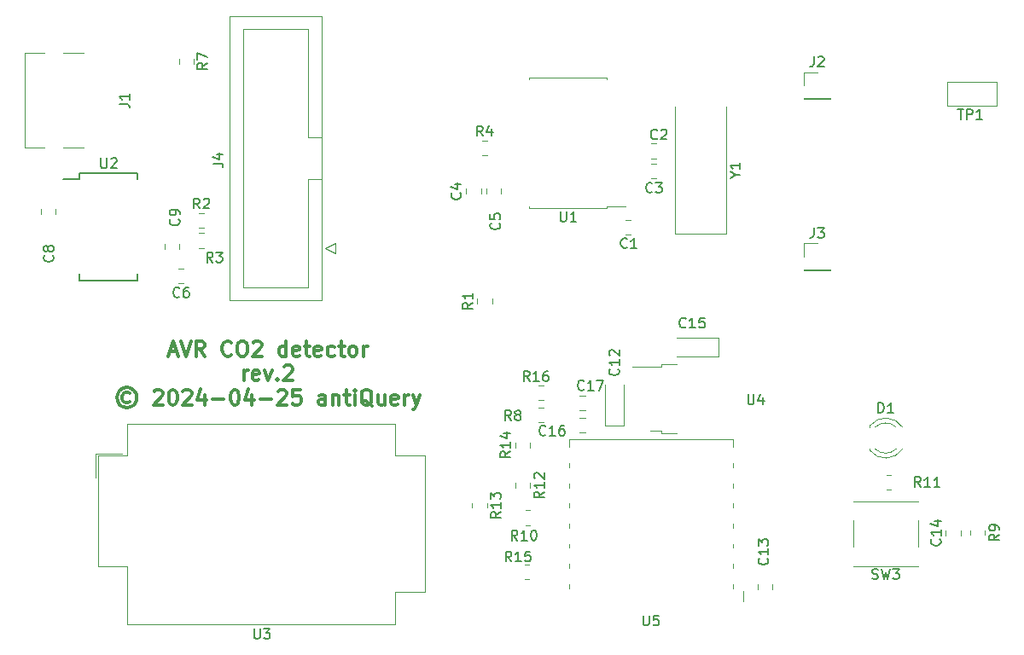
<source format=gbr>
%TF.GenerationSoftware,KiCad,Pcbnew,(6.0.11)*%
%TF.CreationDate,2024-04-25T22:51:55+03:00*%
%TF.ProjectId,avr-co2-detector,6176722d-636f-4322-9d64-65746563746f,rev.2*%
%TF.SameCoordinates,Original*%
%TF.FileFunction,Legend,Top*%
%TF.FilePolarity,Positive*%
%FSLAX46Y46*%
G04 Gerber Fmt 4.6, Leading zero omitted, Abs format (unit mm)*
G04 Created by KiCad (PCBNEW (6.0.11)) date 2024-04-25 22:51:55*
%MOMM*%
%LPD*%
G01*
G04 APERTURE LIST*
%ADD10C,0.300000*%
%ADD11C,0.150000*%
%ADD12C,0.120000*%
G04 APERTURE END LIST*
D10*
X96450000Y-102935000D02*
X97164285Y-102935000D01*
X96307142Y-103363571D02*
X96807142Y-101863571D01*
X97307142Y-103363571D01*
X97592857Y-101863571D02*
X98092857Y-103363571D01*
X98592857Y-101863571D01*
X99950000Y-103363571D02*
X99450000Y-102649285D01*
X99092857Y-103363571D02*
X99092857Y-101863571D01*
X99664285Y-101863571D01*
X99807142Y-101935000D01*
X99878571Y-102006428D01*
X99950000Y-102149285D01*
X99950000Y-102363571D01*
X99878571Y-102506428D01*
X99807142Y-102577857D01*
X99664285Y-102649285D01*
X99092857Y-102649285D01*
X102592857Y-103220714D02*
X102521428Y-103292142D01*
X102307142Y-103363571D01*
X102164285Y-103363571D01*
X101950000Y-103292142D01*
X101807142Y-103149285D01*
X101735714Y-103006428D01*
X101664285Y-102720714D01*
X101664285Y-102506428D01*
X101735714Y-102220714D01*
X101807142Y-102077857D01*
X101950000Y-101935000D01*
X102164285Y-101863571D01*
X102307142Y-101863571D01*
X102521428Y-101935000D01*
X102592857Y-102006428D01*
X103521428Y-101863571D02*
X103807142Y-101863571D01*
X103950000Y-101935000D01*
X104092857Y-102077857D01*
X104164285Y-102363571D01*
X104164285Y-102863571D01*
X104092857Y-103149285D01*
X103950000Y-103292142D01*
X103807142Y-103363571D01*
X103521428Y-103363571D01*
X103378571Y-103292142D01*
X103235714Y-103149285D01*
X103164285Y-102863571D01*
X103164285Y-102363571D01*
X103235714Y-102077857D01*
X103378571Y-101935000D01*
X103521428Y-101863571D01*
X104735714Y-102006428D02*
X104807142Y-101935000D01*
X104950000Y-101863571D01*
X105307142Y-101863571D01*
X105450000Y-101935000D01*
X105521428Y-102006428D01*
X105592857Y-102149285D01*
X105592857Y-102292142D01*
X105521428Y-102506428D01*
X104664285Y-103363571D01*
X105592857Y-103363571D01*
X108021428Y-103363571D02*
X108021428Y-101863571D01*
X108021428Y-103292142D02*
X107878571Y-103363571D01*
X107592857Y-103363571D01*
X107450000Y-103292142D01*
X107378571Y-103220714D01*
X107307142Y-103077857D01*
X107307142Y-102649285D01*
X107378571Y-102506428D01*
X107450000Y-102435000D01*
X107592857Y-102363571D01*
X107878571Y-102363571D01*
X108021428Y-102435000D01*
X109307142Y-103292142D02*
X109164285Y-103363571D01*
X108878571Y-103363571D01*
X108735714Y-103292142D01*
X108664285Y-103149285D01*
X108664285Y-102577857D01*
X108735714Y-102435000D01*
X108878571Y-102363571D01*
X109164285Y-102363571D01*
X109307142Y-102435000D01*
X109378571Y-102577857D01*
X109378571Y-102720714D01*
X108664285Y-102863571D01*
X109807142Y-102363571D02*
X110378571Y-102363571D01*
X110021428Y-101863571D02*
X110021428Y-103149285D01*
X110092857Y-103292142D01*
X110235714Y-103363571D01*
X110378571Y-103363571D01*
X111450000Y-103292142D02*
X111307142Y-103363571D01*
X111021428Y-103363571D01*
X110878571Y-103292142D01*
X110807142Y-103149285D01*
X110807142Y-102577857D01*
X110878571Y-102435000D01*
X111021428Y-102363571D01*
X111307142Y-102363571D01*
X111450000Y-102435000D01*
X111521428Y-102577857D01*
X111521428Y-102720714D01*
X110807142Y-102863571D01*
X112807142Y-103292142D02*
X112664285Y-103363571D01*
X112378571Y-103363571D01*
X112235714Y-103292142D01*
X112164285Y-103220714D01*
X112092857Y-103077857D01*
X112092857Y-102649285D01*
X112164285Y-102506428D01*
X112235714Y-102435000D01*
X112378571Y-102363571D01*
X112664285Y-102363571D01*
X112807142Y-102435000D01*
X113235714Y-102363571D02*
X113807142Y-102363571D01*
X113450000Y-101863571D02*
X113450000Y-103149285D01*
X113521428Y-103292142D01*
X113664285Y-103363571D01*
X113807142Y-103363571D01*
X114521428Y-103363571D02*
X114378571Y-103292142D01*
X114307142Y-103220714D01*
X114235714Y-103077857D01*
X114235714Y-102649285D01*
X114307142Y-102506428D01*
X114378571Y-102435000D01*
X114521428Y-102363571D01*
X114735714Y-102363571D01*
X114878571Y-102435000D01*
X114950000Y-102506428D01*
X115021428Y-102649285D01*
X115021428Y-103077857D01*
X114950000Y-103220714D01*
X114878571Y-103292142D01*
X114735714Y-103363571D01*
X114521428Y-103363571D01*
X115664285Y-103363571D02*
X115664285Y-102363571D01*
X115664285Y-102649285D02*
X115735714Y-102506428D01*
X115807142Y-102435000D01*
X115950000Y-102363571D01*
X116092857Y-102363571D01*
X103807142Y-105778571D02*
X103807142Y-104778571D01*
X103807142Y-105064285D02*
X103878571Y-104921428D01*
X103950000Y-104850000D01*
X104092857Y-104778571D01*
X104235714Y-104778571D01*
X105307142Y-105707142D02*
X105164285Y-105778571D01*
X104878571Y-105778571D01*
X104735714Y-105707142D01*
X104664285Y-105564285D01*
X104664285Y-104992857D01*
X104735714Y-104850000D01*
X104878571Y-104778571D01*
X105164285Y-104778571D01*
X105307142Y-104850000D01*
X105378571Y-104992857D01*
X105378571Y-105135714D01*
X104664285Y-105278571D01*
X105878571Y-104778571D02*
X106235714Y-105778571D01*
X106592857Y-104778571D01*
X107164285Y-105635714D02*
X107235714Y-105707142D01*
X107164285Y-105778571D01*
X107092857Y-105707142D01*
X107164285Y-105635714D01*
X107164285Y-105778571D01*
X107807142Y-104421428D02*
X107878571Y-104350000D01*
X108021428Y-104278571D01*
X108378571Y-104278571D01*
X108521428Y-104350000D01*
X108592857Y-104421428D01*
X108664285Y-104564285D01*
X108664285Y-104707142D01*
X108592857Y-104921428D01*
X107735714Y-105778571D01*
X108664285Y-105778571D01*
X92485714Y-107050714D02*
X92342857Y-106979285D01*
X92057142Y-106979285D01*
X91914285Y-107050714D01*
X91771428Y-107193571D01*
X91700000Y-107336428D01*
X91700000Y-107622142D01*
X91771428Y-107765000D01*
X91914285Y-107907857D01*
X92057142Y-107979285D01*
X92342857Y-107979285D01*
X92485714Y-107907857D01*
X92200000Y-106479285D02*
X91842857Y-106550714D01*
X91485714Y-106765000D01*
X91271428Y-107122142D01*
X91200000Y-107479285D01*
X91271428Y-107836428D01*
X91485714Y-108193571D01*
X91842857Y-108407857D01*
X92200000Y-108479285D01*
X92557142Y-108407857D01*
X92914285Y-108193571D01*
X93128571Y-107836428D01*
X93200000Y-107479285D01*
X93128571Y-107122142D01*
X92914285Y-106765000D01*
X92557142Y-106550714D01*
X92200000Y-106479285D01*
X94914285Y-106836428D02*
X94985714Y-106765000D01*
X95128571Y-106693571D01*
X95485714Y-106693571D01*
X95628571Y-106765000D01*
X95700000Y-106836428D01*
X95771428Y-106979285D01*
X95771428Y-107122142D01*
X95700000Y-107336428D01*
X94842857Y-108193571D01*
X95771428Y-108193571D01*
X96700000Y-106693571D02*
X96842857Y-106693571D01*
X96985714Y-106765000D01*
X97057142Y-106836428D01*
X97128571Y-106979285D01*
X97200000Y-107265000D01*
X97200000Y-107622142D01*
X97128571Y-107907857D01*
X97057142Y-108050714D01*
X96985714Y-108122142D01*
X96842857Y-108193571D01*
X96700000Y-108193571D01*
X96557142Y-108122142D01*
X96485714Y-108050714D01*
X96414285Y-107907857D01*
X96342857Y-107622142D01*
X96342857Y-107265000D01*
X96414285Y-106979285D01*
X96485714Y-106836428D01*
X96557142Y-106765000D01*
X96700000Y-106693571D01*
X97771428Y-106836428D02*
X97842857Y-106765000D01*
X97985714Y-106693571D01*
X98342857Y-106693571D01*
X98485714Y-106765000D01*
X98557142Y-106836428D01*
X98628571Y-106979285D01*
X98628571Y-107122142D01*
X98557142Y-107336428D01*
X97700000Y-108193571D01*
X98628571Y-108193571D01*
X99914285Y-107193571D02*
X99914285Y-108193571D01*
X99557142Y-106622142D02*
X99200000Y-107693571D01*
X100128571Y-107693571D01*
X100700000Y-107622142D02*
X101842857Y-107622142D01*
X102842857Y-106693571D02*
X102985714Y-106693571D01*
X103128571Y-106765000D01*
X103200000Y-106836428D01*
X103271428Y-106979285D01*
X103342857Y-107265000D01*
X103342857Y-107622142D01*
X103271428Y-107907857D01*
X103200000Y-108050714D01*
X103128571Y-108122142D01*
X102985714Y-108193571D01*
X102842857Y-108193571D01*
X102700000Y-108122142D01*
X102628571Y-108050714D01*
X102557142Y-107907857D01*
X102485714Y-107622142D01*
X102485714Y-107265000D01*
X102557142Y-106979285D01*
X102628571Y-106836428D01*
X102700000Y-106765000D01*
X102842857Y-106693571D01*
X104628571Y-107193571D02*
X104628571Y-108193571D01*
X104271428Y-106622142D02*
X103914285Y-107693571D01*
X104842857Y-107693571D01*
X105414285Y-107622142D02*
X106557142Y-107622142D01*
X107200000Y-106836428D02*
X107271428Y-106765000D01*
X107414285Y-106693571D01*
X107771428Y-106693571D01*
X107914285Y-106765000D01*
X107985714Y-106836428D01*
X108057142Y-106979285D01*
X108057142Y-107122142D01*
X107985714Y-107336428D01*
X107128571Y-108193571D01*
X108057142Y-108193571D01*
X109414285Y-106693571D02*
X108700000Y-106693571D01*
X108628571Y-107407857D01*
X108700000Y-107336428D01*
X108842857Y-107265000D01*
X109200000Y-107265000D01*
X109342857Y-107336428D01*
X109414285Y-107407857D01*
X109485714Y-107550714D01*
X109485714Y-107907857D01*
X109414285Y-108050714D01*
X109342857Y-108122142D01*
X109200000Y-108193571D01*
X108842857Y-108193571D01*
X108700000Y-108122142D01*
X108628571Y-108050714D01*
X111914285Y-108193571D02*
X111914285Y-107407857D01*
X111842857Y-107265000D01*
X111700000Y-107193571D01*
X111414285Y-107193571D01*
X111271428Y-107265000D01*
X111914285Y-108122142D02*
X111771428Y-108193571D01*
X111414285Y-108193571D01*
X111271428Y-108122142D01*
X111200000Y-107979285D01*
X111200000Y-107836428D01*
X111271428Y-107693571D01*
X111414285Y-107622142D01*
X111771428Y-107622142D01*
X111914285Y-107550714D01*
X112628571Y-107193571D02*
X112628571Y-108193571D01*
X112628571Y-107336428D02*
X112700000Y-107265000D01*
X112842857Y-107193571D01*
X113057142Y-107193571D01*
X113200000Y-107265000D01*
X113271428Y-107407857D01*
X113271428Y-108193571D01*
X113771428Y-107193571D02*
X114342857Y-107193571D01*
X113985714Y-106693571D02*
X113985714Y-107979285D01*
X114057142Y-108122142D01*
X114200000Y-108193571D01*
X114342857Y-108193571D01*
X114842857Y-108193571D02*
X114842857Y-107193571D01*
X114842857Y-106693571D02*
X114771428Y-106765000D01*
X114842857Y-106836428D01*
X114914285Y-106765000D01*
X114842857Y-106693571D01*
X114842857Y-106836428D01*
X116557142Y-108336428D02*
X116414285Y-108265000D01*
X116271428Y-108122142D01*
X116057142Y-107907857D01*
X115914285Y-107836428D01*
X115771428Y-107836428D01*
X115842857Y-108193571D02*
X115700000Y-108122142D01*
X115557142Y-107979285D01*
X115485714Y-107693571D01*
X115485714Y-107193571D01*
X115557142Y-106907857D01*
X115700000Y-106765000D01*
X115842857Y-106693571D01*
X116128571Y-106693571D01*
X116271428Y-106765000D01*
X116414285Y-106907857D01*
X116485714Y-107193571D01*
X116485714Y-107693571D01*
X116414285Y-107979285D01*
X116271428Y-108122142D01*
X116128571Y-108193571D01*
X115842857Y-108193571D01*
X117771428Y-107193571D02*
X117771428Y-108193571D01*
X117128571Y-107193571D02*
X117128571Y-107979285D01*
X117200000Y-108122142D01*
X117342857Y-108193571D01*
X117557142Y-108193571D01*
X117700000Y-108122142D01*
X117771428Y-108050714D01*
X119057142Y-108122142D02*
X118914285Y-108193571D01*
X118628571Y-108193571D01*
X118485714Y-108122142D01*
X118414285Y-107979285D01*
X118414285Y-107407857D01*
X118485714Y-107265000D01*
X118628571Y-107193571D01*
X118914285Y-107193571D01*
X119057142Y-107265000D01*
X119128571Y-107407857D01*
X119128571Y-107550714D01*
X118414285Y-107693571D01*
X119771428Y-108193571D02*
X119771428Y-107193571D01*
X119771428Y-107479285D02*
X119842857Y-107336428D01*
X119914285Y-107265000D01*
X120057142Y-107193571D01*
X120200000Y-107193571D01*
X120557142Y-107193571D02*
X120914285Y-108193571D01*
X121271428Y-107193571D02*
X120914285Y-108193571D01*
X120771428Y-108550714D01*
X120700000Y-108622142D01*
X120557142Y-108693571D01*
D11*
%TO.C,U5*%
X143438095Y-129114880D02*
X143438095Y-129924404D01*
X143485714Y-130019642D01*
X143533333Y-130067261D01*
X143628571Y-130114880D01*
X143819047Y-130114880D01*
X143914285Y-130067261D01*
X143961904Y-130019642D01*
X144009523Y-129924404D01*
X144009523Y-129114880D01*
X144961904Y-129114880D02*
X144485714Y-129114880D01*
X144438095Y-129591071D01*
X144485714Y-129543452D01*
X144580952Y-129495833D01*
X144819047Y-129495833D01*
X144914285Y-129543452D01*
X144961904Y-129591071D01*
X145009523Y-129686309D01*
X145009523Y-129924404D01*
X144961904Y-130019642D01*
X144914285Y-130067261D01*
X144819047Y-130114880D01*
X144580952Y-130114880D01*
X144485714Y-130067261D01*
X144438095Y-130019642D01*
%TO.C,SW3*%
X166166666Y-125454761D02*
X166309523Y-125502380D01*
X166547619Y-125502380D01*
X166642857Y-125454761D01*
X166690476Y-125407142D01*
X166738095Y-125311904D01*
X166738095Y-125216666D01*
X166690476Y-125121428D01*
X166642857Y-125073809D01*
X166547619Y-125026190D01*
X166357142Y-124978571D01*
X166261904Y-124930952D01*
X166214285Y-124883333D01*
X166166666Y-124788095D01*
X166166666Y-124692857D01*
X166214285Y-124597619D01*
X166261904Y-124550000D01*
X166357142Y-124502380D01*
X166595238Y-124502380D01*
X166738095Y-124550000D01*
X167071428Y-124502380D02*
X167309523Y-125502380D01*
X167500000Y-124788095D01*
X167690476Y-125502380D01*
X167928571Y-124502380D01*
X168214285Y-124502380D02*
X168833333Y-124502380D01*
X168500000Y-124883333D01*
X168642857Y-124883333D01*
X168738095Y-124930952D01*
X168785714Y-124978571D01*
X168833333Y-125073809D01*
X168833333Y-125311904D01*
X168785714Y-125407142D01*
X168738095Y-125454761D01*
X168642857Y-125502380D01*
X168357142Y-125502380D01*
X168261904Y-125454761D01*
X168214285Y-125407142D01*
%TO.C,C3*%
X144333333Y-87037142D02*
X144285714Y-87084761D01*
X144142857Y-87132380D01*
X144047619Y-87132380D01*
X143904761Y-87084761D01*
X143809523Y-86989523D01*
X143761904Y-86894285D01*
X143714285Y-86703809D01*
X143714285Y-86560952D01*
X143761904Y-86370476D01*
X143809523Y-86275238D01*
X143904761Y-86180000D01*
X144047619Y-86132380D01*
X144142857Y-86132380D01*
X144285714Y-86180000D01*
X144333333Y-86227619D01*
X144666666Y-86132380D02*
X145285714Y-86132380D01*
X144952380Y-86513333D01*
X145095238Y-86513333D01*
X145190476Y-86560952D01*
X145238095Y-86608571D01*
X145285714Y-86703809D01*
X145285714Y-86941904D01*
X145238095Y-87037142D01*
X145190476Y-87084761D01*
X145095238Y-87132380D01*
X144809523Y-87132380D01*
X144714285Y-87084761D01*
X144666666Y-87037142D01*
%TO.C,R14*%
X130252380Y-112842857D02*
X129776190Y-113176190D01*
X130252380Y-113414285D02*
X129252380Y-113414285D01*
X129252380Y-113033333D01*
X129300000Y-112938095D01*
X129347619Y-112890476D01*
X129442857Y-112842857D01*
X129585714Y-112842857D01*
X129680952Y-112890476D01*
X129728571Y-112938095D01*
X129776190Y-113033333D01*
X129776190Y-113414285D01*
X130252380Y-111890476D02*
X130252380Y-112461904D01*
X130252380Y-112176190D02*
X129252380Y-112176190D01*
X129395238Y-112271428D01*
X129490476Y-112366666D01*
X129538095Y-112461904D01*
X129585714Y-111033333D02*
X130252380Y-111033333D01*
X129204761Y-111271428D02*
X129919047Y-111509523D01*
X129919047Y-110890476D01*
%TO.C,C12*%
X140957142Y-104642857D02*
X141004761Y-104690476D01*
X141052380Y-104833333D01*
X141052380Y-104928571D01*
X141004761Y-105071428D01*
X140909523Y-105166666D01*
X140814285Y-105214285D01*
X140623809Y-105261904D01*
X140480952Y-105261904D01*
X140290476Y-105214285D01*
X140195238Y-105166666D01*
X140100000Y-105071428D01*
X140052380Y-104928571D01*
X140052380Y-104833333D01*
X140100000Y-104690476D01*
X140147619Y-104642857D01*
X141052380Y-103690476D02*
X141052380Y-104261904D01*
X141052380Y-103976190D02*
X140052380Y-103976190D01*
X140195238Y-104071428D01*
X140290476Y-104166666D01*
X140338095Y-104261904D01*
X140147619Y-103309523D02*
X140100000Y-103261904D01*
X140052380Y-103166666D01*
X140052380Y-102928571D01*
X140100000Y-102833333D01*
X140147619Y-102785714D01*
X140242857Y-102738095D01*
X140338095Y-102738095D01*
X140480952Y-102785714D01*
X141052380Y-103357142D01*
X141052380Y-102738095D01*
%TO.C,J1*%
X91452380Y-78333333D02*
X92166666Y-78333333D01*
X92309523Y-78380952D01*
X92404761Y-78476190D01*
X92452380Y-78619047D01*
X92452380Y-78714285D01*
X92452380Y-77333333D02*
X92452380Y-77904761D01*
X92452380Y-77619047D02*
X91452380Y-77619047D01*
X91595238Y-77714285D01*
X91690476Y-77809523D01*
X91738095Y-77904761D01*
%TO.C,U3*%
X104835595Y-130412380D02*
X104835595Y-131221904D01*
X104883214Y-131317142D01*
X104930833Y-131364761D01*
X105026071Y-131412380D01*
X105216547Y-131412380D01*
X105311785Y-131364761D01*
X105359404Y-131317142D01*
X105407023Y-131221904D01*
X105407023Y-130412380D01*
X105787976Y-130412380D02*
X106407023Y-130412380D01*
X106073690Y-130793333D01*
X106216547Y-130793333D01*
X106311785Y-130840952D01*
X106359404Y-130888571D01*
X106407023Y-130983809D01*
X106407023Y-131221904D01*
X106359404Y-131317142D01*
X106311785Y-131364761D01*
X106216547Y-131412380D01*
X105930833Y-131412380D01*
X105835595Y-131364761D01*
X105787976Y-131317142D01*
%TO.C,Y1*%
X152576190Y-85376190D02*
X153052380Y-85376190D01*
X152052380Y-85709523D02*
X152576190Y-85376190D01*
X152052380Y-85042857D01*
X153052380Y-84185714D02*
X153052380Y-84757142D01*
X153052380Y-84471428D02*
X152052380Y-84471428D01*
X152195238Y-84566666D01*
X152290476Y-84661904D01*
X152338095Y-84757142D01*
%TO.C,R9*%
X178752380Y-121066666D02*
X178276190Y-121400000D01*
X178752380Y-121638095D02*
X177752380Y-121638095D01*
X177752380Y-121257142D01*
X177800000Y-121161904D01*
X177847619Y-121114285D01*
X177942857Y-121066666D01*
X178085714Y-121066666D01*
X178180952Y-121114285D01*
X178228571Y-121161904D01*
X178276190Y-121257142D01*
X178276190Y-121638095D01*
X178752380Y-120590476D02*
X178752380Y-120400000D01*
X178704761Y-120304761D01*
X178657142Y-120257142D01*
X178514285Y-120161904D01*
X178323809Y-120114285D01*
X177942857Y-120114285D01*
X177847619Y-120161904D01*
X177800000Y-120209523D01*
X177752380Y-120304761D01*
X177752380Y-120495238D01*
X177800000Y-120590476D01*
X177847619Y-120638095D01*
X177942857Y-120685714D01*
X178180952Y-120685714D01*
X178276190Y-120638095D01*
X178323809Y-120590476D01*
X178371428Y-120495238D01*
X178371428Y-120304761D01*
X178323809Y-120209523D01*
X178276190Y-120161904D01*
X178180952Y-120114285D01*
%TO.C,R12*%
X133602380Y-116842857D02*
X133126190Y-117176190D01*
X133602380Y-117414285D02*
X132602380Y-117414285D01*
X132602380Y-117033333D01*
X132650000Y-116938095D01*
X132697619Y-116890476D01*
X132792857Y-116842857D01*
X132935714Y-116842857D01*
X133030952Y-116890476D01*
X133078571Y-116938095D01*
X133126190Y-117033333D01*
X133126190Y-117414285D01*
X133602380Y-115890476D02*
X133602380Y-116461904D01*
X133602380Y-116176190D02*
X132602380Y-116176190D01*
X132745238Y-116271428D01*
X132840476Y-116366666D01*
X132888095Y-116461904D01*
X132697619Y-115509523D02*
X132650000Y-115461904D01*
X132602380Y-115366666D01*
X132602380Y-115128571D01*
X132650000Y-115033333D01*
X132697619Y-114985714D01*
X132792857Y-114938095D01*
X132888095Y-114938095D01*
X133030952Y-114985714D01*
X133602380Y-115557142D01*
X133602380Y-114938095D01*
%TO.C,U1*%
X135238095Y-89002380D02*
X135238095Y-89811904D01*
X135285714Y-89907142D01*
X135333333Y-89954761D01*
X135428571Y-90002380D01*
X135619047Y-90002380D01*
X135714285Y-89954761D01*
X135761904Y-89907142D01*
X135809523Y-89811904D01*
X135809523Y-89002380D01*
X136809523Y-90002380D02*
X136238095Y-90002380D01*
X136523809Y-90002380D02*
X136523809Y-89002380D01*
X136428571Y-89145238D01*
X136333333Y-89240476D01*
X136238095Y-89288095D01*
%TO.C,R15*%
X130357142Y-123752380D02*
X130023809Y-123276190D01*
X129785714Y-123752380D02*
X129785714Y-122752380D01*
X130166666Y-122752380D01*
X130261904Y-122800000D01*
X130309523Y-122847619D01*
X130357142Y-122942857D01*
X130357142Y-123085714D01*
X130309523Y-123180952D01*
X130261904Y-123228571D01*
X130166666Y-123276190D01*
X129785714Y-123276190D01*
X131309523Y-123752380D02*
X130738095Y-123752380D01*
X131023809Y-123752380D02*
X131023809Y-122752380D01*
X130928571Y-122895238D01*
X130833333Y-122990476D01*
X130738095Y-123038095D01*
X132214285Y-122752380D02*
X131738095Y-122752380D01*
X131690476Y-123228571D01*
X131738095Y-123180952D01*
X131833333Y-123133333D01*
X132071428Y-123133333D01*
X132166666Y-123180952D01*
X132214285Y-123228571D01*
X132261904Y-123323809D01*
X132261904Y-123561904D01*
X132214285Y-123657142D01*
X132166666Y-123704761D01*
X132071428Y-123752380D01*
X131833333Y-123752380D01*
X131738095Y-123704761D01*
X131690476Y-123657142D01*
%TO.C,C17*%
X137557142Y-106657142D02*
X137509523Y-106704761D01*
X137366666Y-106752380D01*
X137271428Y-106752380D01*
X137128571Y-106704761D01*
X137033333Y-106609523D01*
X136985714Y-106514285D01*
X136938095Y-106323809D01*
X136938095Y-106180952D01*
X136985714Y-105990476D01*
X137033333Y-105895238D01*
X137128571Y-105800000D01*
X137271428Y-105752380D01*
X137366666Y-105752380D01*
X137509523Y-105800000D01*
X137557142Y-105847619D01*
X138509523Y-106752380D02*
X137938095Y-106752380D01*
X138223809Y-106752380D02*
X138223809Y-105752380D01*
X138128571Y-105895238D01*
X138033333Y-105990476D01*
X137938095Y-106038095D01*
X138842857Y-105752380D02*
X139509523Y-105752380D01*
X139080952Y-106752380D01*
%TO.C,J4*%
X100752380Y-84233333D02*
X101466666Y-84233333D01*
X101609523Y-84280952D01*
X101704761Y-84376190D01*
X101752380Y-84519047D01*
X101752380Y-84614285D01*
X101085714Y-83328571D02*
X101752380Y-83328571D01*
X100704761Y-83566666D02*
X101419047Y-83804761D01*
X101419047Y-83185714D01*
%TO.C,R13*%
X129302380Y-118842857D02*
X128826190Y-119176190D01*
X129302380Y-119414285D02*
X128302380Y-119414285D01*
X128302380Y-119033333D01*
X128350000Y-118938095D01*
X128397619Y-118890476D01*
X128492857Y-118842857D01*
X128635714Y-118842857D01*
X128730952Y-118890476D01*
X128778571Y-118938095D01*
X128826190Y-119033333D01*
X128826190Y-119414285D01*
X129302380Y-117890476D02*
X129302380Y-118461904D01*
X129302380Y-118176190D02*
X128302380Y-118176190D01*
X128445238Y-118271428D01*
X128540476Y-118366666D01*
X128588095Y-118461904D01*
X128302380Y-117557142D02*
X128302380Y-116938095D01*
X128683333Y-117271428D01*
X128683333Y-117128571D01*
X128730952Y-117033333D01*
X128778571Y-116985714D01*
X128873809Y-116938095D01*
X129111904Y-116938095D01*
X129207142Y-116985714D01*
X129254761Y-117033333D01*
X129302380Y-117128571D01*
X129302380Y-117414285D01*
X129254761Y-117509523D01*
X129207142Y-117557142D01*
%TO.C,TP1*%
X174638095Y-78852380D02*
X175209523Y-78852380D01*
X174923809Y-79852380D02*
X174923809Y-78852380D01*
X175542857Y-79852380D02*
X175542857Y-78852380D01*
X175923809Y-78852380D01*
X176019047Y-78900000D01*
X176066666Y-78947619D01*
X176114285Y-79042857D01*
X176114285Y-79185714D01*
X176066666Y-79280952D01*
X176019047Y-79328571D01*
X175923809Y-79376190D01*
X175542857Y-79376190D01*
X177066666Y-79852380D02*
X176495238Y-79852380D01*
X176780952Y-79852380D02*
X176780952Y-78852380D01*
X176685714Y-78995238D01*
X176590476Y-79090476D01*
X176495238Y-79138095D01*
%TO.C,R8*%
X130333333Y-109752380D02*
X130000000Y-109276190D01*
X129761904Y-109752380D02*
X129761904Y-108752380D01*
X130142857Y-108752380D01*
X130238095Y-108800000D01*
X130285714Y-108847619D01*
X130333333Y-108942857D01*
X130333333Y-109085714D01*
X130285714Y-109180952D01*
X130238095Y-109228571D01*
X130142857Y-109276190D01*
X129761904Y-109276190D01*
X130904761Y-109180952D02*
X130809523Y-109133333D01*
X130761904Y-109085714D01*
X130714285Y-108990476D01*
X130714285Y-108942857D01*
X130761904Y-108847619D01*
X130809523Y-108800000D01*
X130904761Y-108752380D01*
X131095238Y-108752380D01*
X131190476Y-108800000D01*
X131238095Y-108847619D01*
X131285714Y-108942857D01*
X131285714Y-108990476D01*
X131238095Y-109085714D01*
X131190476Y-109133333D01*
X131095238Y-109180952D01*
X130904761Y-109180952D01*
X130809523Y-109228571D01*
X130761904Y-109276190D01*
X130714285Y-109371428D01*
X130714285Y-109561904D01*
X130761904Y-109657142D01*
X130809523Y-109704761D01*
X130904761Y-109752380D01*
X131095238Y-109752380D01*
X131190476Y-109704761D01*
X131238095Y-109657142D01*
X131285714Y-109561904D01*
X131285714Y-109371428D01*
X131238095Y-109276190D01*
X131190476Y-109228571D01*
X131095238Y-109180952D01*
%TO.C,R16*%
X132157142Y-105852380D02*
X131823809Y-105376190D01*
X131585714Y-105852380D02*
X131585714Y-104852380D01*
X131966666Y-104852380D01*
X132061904Y-104900000D01*
X132109523Y-104947619D01*
X132157142Y-105042857D01*
X132157142Y-105185714D01*
X132109523Y-105280952D01*
X132061904Y-105328571D01*
X131966666Y-105376190D01*
X131585714Y-105376190D01*
X133109523Y-105852380D02*
X132538095Y-105852380D01*
X132823809Y-105852380D02*
X132823809Y-104852380D01*
X132728571Y-104995238D01*
X132633333Y-105090476D01*
X132538095Y-105138095D01*
X133966666Y-104852380D02*
X133776190Y-104852380D01*
X133680952Y-104900000D01*
X133633333Y-104947619D01*
X133538095Y-105090476D01*
X133490476Y-105280952D01*
X133490476Y-105661904D01*
X133538095Y-105757142D01*
X133585714Y-105804761D01*
X133680952Y-105852380D01*
X133871428Y-105852380D01*
X133966666Y-105804761D01*
X134014285Y-105757142D01*
X134061904Y-105661904D01*
X134061904Y-105423809D01*
X134014285Y-105328571D01*
X133966666Y-105280952D01*
X133871428Y-105233333D01*
X133680952Y-105233333D01*
X133585714Y-105280952D01*
X133538095Y-105328571D01*
X133490476Y-105423809D01*
%TO.C,R3*%
X100733333Y-94052380D02*
X100400000Y-93576190D01*
X100161904Y-94052380D02*
X100161904Y-93052380D01*
X100542857Y-93052380D01*
X100638095Y-93100000D01*
X100685714Y-93147619D01*
X100733333Y-93242857D01*
X100733333Y-93385714D01*
X100685714Y-93480952D01*
X100638095Y-93528571D01*
X100542857Y-93576190D01*
X100161904Y-93576190D01*
X101066666Y-93052380D02*
X101685714Y-93052380D01*
X101352380Y-93433333D01*
X101495238Y-93433333D01*
X101590476Y-93480952D01*
X101638095Y-93528571D01*
X101685714Y-93623809D01*
X101685714Y-93861904D01*
X101638095Y-93957142D01*
X101590476Y-94004761D01*
X101495238Y-94052380D01*
X101209523Y-94052380D01*
X101114285Y-94004761D01*
X101066666Y-93957142D01*
%TO.C,C2*%
X144833333Y-81757142D02*
X144785714Y-81804761D01*
X144642857Y-81852380D01*
X144547619Y-81852380D01*
X144404761Y-81804761D01*
X144309523Y-81709523D01*
X144261904Y-81614285D01*
X144214285Y-81423809D01*
X144214285Y-81280952D01*
X144261904Y-81090476D01*
X144309523Y-80995238D01*
X144404761Y-80900000D01*
X144547619Y-80852380D01*
X144642857Y-80852380D01*
X144785714Y-80900000D01*
X144833333Y-80947619D01*
X145214285Y-80947619D02*
X145261904Y-80900000D01*
X145357142Y-80852380D01*
X145595238Y-80852380D01*
X145690476Y-80900000D01*
X145738095Y-80947619D01*
X145785714Y-81042857D01*
X145785714Y-81138095D01*
X145738095Y-81280952D01*
X145166666Y-81852380D01*
X145785714Y-81852380D01*
%TO.C,C8*%
X84857142Y-93366666D02*
X84904761Y-93414285D01*
X84952380Y-93557142D01*
X84952380Y-93652380D01*
X84904761Y-93795238D01*
X84809523Y-93890476D01*
X84714285Y-93938095D01*
X84523809Y-93985714D01*
X84380952Y-93985714D01*
X84190476Y-93938095D01*
X84095238Y-93890476D01*
X84000000Y-93795238D01*
X83952380Y-93652380D01*
X83952380Y-93557142D01*
X84000000Y-93414285D01*
X84047619Y-93366666D01*
X84380952Y-92795238D02*
X84333333Y-92890476D01*
X84285714Y-92938095D01*
X84190476Y-92985714D01*
X84142857Y-92985714D01*
X84047619Y-92938095D01*
X84000000Y-92890476D01*
X83952380Y-92795238D01*
X83952380Y-92604761D01*
X84000000Y-92509523D01*
X84047619Y-92461904D01*
X84142857Y-92414285D01*
X84190476Y-92414285D01*
X84285714Y-92461904D01*
X84333333Y-92509523D01*
X84380952Y-92604761D01*
X84380952Y-92795238D01*
X84428571Y-92890476D01*
X84476190Y-92938095D01*
X84571428Y-92985714D01*
X84761904Y-92985714D01*
X84857142Y-92938095D01*
X84904761Y-92890476D01*
X84952380Y-92795238D01*
X84952380Y-92604761D01*
X84904761Y-92509523D01*
X84857142Y-92461904D01*
X84761904Y-92414285D01*
X84571428Y-92414285D01*
X84476190Y-92461904D01*
X84428571Y-92509523D01*
X84380952Y-92604761D01*
%TO.C,U4*%
X153838095Y-107152380D02*
X153838095Y-107961904D01*
X153885714Y-108057142D01*
X153933333Y-108104761D01*
X154028571Y-108152380D01*
X154219047Y-108152380D01*
X154314285Y-108104761D01*
X154361904Y-108057142D01*
X154409523Y-107961904D01*
X154409523Y-107152380D01*
X155314285Y-107485714D02*
X155314285Y-108152380D01*
X155076190Y-107104761D02*
X154838095Y-107819047D01*
X155457142Y-107819047D01*
%TO.C,R1*%
X126502380Y-98066666D02*
X126026190Y-98400000D01*
X126502380Y-98638095D02*
X125502380Y-98638095D01*
X125502380Y-98257142D01*
X125550000Y-98161904D01*
X125597619Y-98114285D01*
X125692857Y-98066666D01*
X125835714Y-98066666D01*
X125930952Y-98114285D01*
X125978571Y-98161904D01*
X126026190Y-98257142D01*
X126026190Y-98638095D01*
X126502380Y-97114285D02*
X126502380Y-97685714D01*
X126502380Y-97400000D02*
X125502380Y-97400000D01*
X125645238Y-97495238D01*
X125740476Y-97590476D01*
X125788095Y-97685714D01*
%TO.C,C14*%
X172877142Y-121542857D02*
X172924761Y-121590476D01*
X172972380Y-121733333D01*
X172972380Y-121828571D01*
X172924761Y-121971428D01*
X172829523Y-122066666D01*
X172734285Y-122114285D01*
X172543809Y-122161904D01*
X172400952Y-122161904D01*
X172210476Y-122114285D01*
X172115238Y-122066666D01*
X172020000Y-121971428D01*
X171972380Y-121828571D01*
X171972380Y-121733333D01*
X172020000Y-121590476D01*
X172067619Y-121542857D01*
X172972380Y-120590476D02*
X172972380Y-121161904D01*
X172972380Y-120876190D02*
X171972380Y-120876190D01*
X172115238Y-120971428D01*
X172210476Y-121066666D01*
X172258095Y-121161904D01*
X172305714Y-119733333D02*
X172972380Y-119733333D01*
X171924761Y-119971428D02*
X172639047Y-120209523D01*
X172639047Y-119590476D01*
%TO.C,C4*%
X125277142Y-87166666D02*
X125324761Y-87214285D01*
X125372380Y-87357142D01*
X125372380Y-87452380D01*
X125324761Y-87595238D01*
X125229523Y-87690476D01*
X125134285Y-87738095D01*
X124943809Y-87785714D01*
X124800952Y-87785714D01*
X124610476Y-87738095D01*
X124515238Y-87690476D01*
X124420000Y-87595238D01*
X124372380Y-87452380D01*
X124372380Y-87357142D01*
X124420000Y-87214285D01*
X124467619Y-87166666D01*
X124705714Y-86309523D02*
X125372380Y-86309523D01*
X124324761Y-86547619D02*
X125039047Y-86785714D01*
X125039047Y-86166666D01*
%TO.C,R7*%
X100202380Y-74266666D02*
X99726190Y-74600000D01*
X100202380Y-74838095D02*
X99202380Y-74838095D01*
X99202380Y-74457142D01*
X99250000Y-74361904D01*
X99297619Y-74314285D01*
X99392857Y-74266666D01*
X99535714Y-74266666D01*
X99630952Y-74314285D01*
X99678571Y-74361904D01*
X99726190Y-74457142D01*
X99726190Y-74838095D01*
X99202380Y-73933333D02*
X99202380Y-73266666D01*
X100202380Y-73695238D01*
%TO.C,D1*%
X166756904Y-108992380D02*
X166756904Y-107992380D01*
X166995000Y-107992380D01*
X167137857Y-108040000D01*
X167233095Y-108135238D01*
X167280714Y-108230476D01*
X167328333Y-108420952D01*
X167328333Y-108563809D01*
X167280714Y-108754285D01*
X167233095Y-108849523D01*
X167137857Y-108944761D01*
X166995000Y-108992380D01*
X166756904Y-108992380D01*
X168280714Y-108992380D02*
X167709285Y-108992380D01*
X167995000Y-108992380D02*
X167995000Y-107992380D01*
X167899761Y-108135238D01*
X167804523Y-108230476D01*
X167709285Y-108278095D01*
%TO.C,R2*%
X99433333Y-88702380D02*
X99100000Y-88226190D01*
X98861904Y-88702380D02*
X98861904Y-87702380D01*
X99242857Y-87702380D01*
X99338095Y-87750000D01*
X99385714Y-87797619D01*
X99433333Y-87892857D01*
X99433333Y-88035714D01*
X99385714Y-88130952D01*
X99338095Y-88178571D01*
X99242857Y-88226190D01*
X98861904Y-88226190D01*
X99814285Y-87797619D02*
X99861904Y-87750000D01*
X99957142Y-87702380D01*
X100195238Y-87702380D01*
X100290476Y-87750000D01*
X100338095Y-87797619D01*
X100385714Y-87892857D01*
X100385714Y-87988095D01*
X100338095Y-88130952D01*
X99766666Y-88702380D01*
X100385714Y-88702380D01*
%TO.C,U2*%
X89638095Y-83702380D02*
X89638095Y-84511904D01*
X89685714Y-84607142D01*
X89733333Y-84654761D01*
X89828571Y-84702380D01*
X90019047Y-84702380D01*
X90114285Y-84654761D01*
X90161904Y-84607142D01*
X90209523Y-84511904D01*
X90209523Y-83702380D01*
X90638095Y-83797619D02*
X90685714Y-83750000D01*
X90780952Y-83702380D01*
X91019047Y-83702380D01*
X91114285Y-83750000D01*
X91161904Y-83797619D01*
X91209523Y-83892857D01*
X91209523Y-83988095D01*
X91161904Y-84130952D01*
X90590476Y-84702380D01*
X91209523Y-84702380D01*
%TO.C,R10*%
X130957142Y-121652380D02*
X130623809Y-121176190D01*
X130385714Y-121652380D02*
X130385714Y-120652380D01*
X130766666Y-120652380D01*
X130861904Y-120700000D01*
X130909523Y-120747619D01*
X130957142Y-120842857D01*
X130957142Y-120985714D01*
X130909523Y-121080952D01*
X130861904Y-121128571D01*
X130766666Y-121176190D01*
X130385714Y-121176190D01*
X131909523Y-121652380D02*
X131338095Y-121652380D01*
X131623809Y-121652380D02*
X131623809Y-120652380D01*
X131528571Y-120795238D01*
X131433333Y-120890476D01*
X131338095Y-120938095D01*
X132528571Y-120652380D02*
X132623809Y-120652380D01*
X132719047Y-120700000D01*
X132766666Y-120747619D01*
X132814285Y-120842857D01*
X132861904Y-121033333D01*
X132861904Y-121271428D01*
X132814285Y-121461904D01*
X132766666Y-121557142D01*
X132719047Y-121604761D01*
X132623809Y-121652380D01*
X132528571Y-121652380D01*
X132433333Y-121604761D01*
X132385714Y-121557142D01*
X132338095Y-121461904D01*
X132290476Y-121271428D01*
X132290476Y-121033333D01*
X132338095Y-120842857D01*
X132385714Y-120747619D01*
X132433333Y-120700000D01*
X132528571Y-120652380D01*
%TO.C,C6*%
X97433333Y-97437142D02*
X97385714Y-97484761D01*
X97242857Y-97532380D01*
X97147619Y-97532380D01*
X97004761Y-97484761D01*
X96909523Y-97389523D01*
X96861904Y-97294285D01*
X96814285Y-97103809D01*
X96814285Y-96960952D01*
X96861904Y-96770476D01*
X96909523Y-96675238D01*
X97004761Y-96580000D01*
X97147619Y-96532380D01*
X97242857Y-96532380D01*
X97385714Y-96580000D01*
X97433333Y-96627619D01*
X98290476Y-96532380D02*
X98100000Y-96532380D01*
X98004761Y-96580000D01*
X97957142Y-96627619D01*
X97861904Y-96770476D01*
X97814285Y-96960952D01*
X97814285Y-97341904D01*
X97861904Y-97437142D01*
X97909523Y-97484761D01*
X98004761Y-97532380D01*
X98195238Y-97532380D01*
X98290476Y-97484761D01*
X98338095Y-97437142D01*
X98385714Y-97341904D01*
X98385714Y-97103809D01*
X98338095Y-97008571D01*
X98290476Y-96960952D01*
X98195238Y-96913333D01*
X98004761Y-96913333D01*
X97909523Y-96960952D01*
X97861904Y-97008571D01*
X97814285Y-97103809D01*
%TO.C,C9*%
X97357142Y-89766666D02*
X97404761Y-89814285D01*
X97452380Y-89957142D01*
X97452380Y-90052380D01*
X97404761Y-90195238D01*
X97309523Y-90290476D01*
X97214285Y-90338095D01*
X97023809Y-90385714D01*
X96880952Y-90385714D01*
X96690476Y-90338095D01*
X96595238Y-90290476D01*
X96500000Y-90195238D01*
X96452380Y-90052380D01*
X96452380Y-89957142D01*
X96500000Y-89814285D01*
X96547619Y-89766666D01*
X97452380Y-89290476D02*
X97452380Y-89100000D01*
X97404761Y-89004761D01*
X97357142Y-88957142D01*
X97214285Y-88861904D01*
X97023809Y-88814285D01*
X96642857Y-88814285D01*
X96547619Y-88861904D01*
X96500000Y-88909523D01*
X96452380Y-89004761D01*
X96452380Y-89195238D01*
X96500000Y-89290476D01*
X96547619Y-89338095D01*
X96642857Y-89385714D01*
X96880952Y-89385714D01*
X96976190Y-89338095D01*
X97023809Y-89290476D01*
X97071428Y-89195238D01*
X97071428Y-89004761D01*
X97023809Y-88909523D01*
X96976190Y-88861904D01*
X96880952Y-88814285D01*
%TO.C,R4*%
X127533333Y-81502380D02*
X127200000Y-81026190D01*
X126961904Y-81502380D02*
X126961904Y-80502380D01*
X127342857Y-80502380D01*
X127438095Y-80550000D01*
X127485714Y-80597619D01*
X127533333Y-80692857D01*
X127533333Y-80835714D01*
X127485714Y-80930952D01*
X127438095Y-80978571D01*
X127342857Y-81026190D01*
X126961904Y-81026190D01*
X128390476Y-80835714D02*
X128390476Y-81502380D01*
X128152380Y-80454761D02*
X127914285Y-81169047D01*
X128533333Y-81169047D01*
%TO.C,C16*%
X133757142Y-111157142D02*
X133709523Y-111204761D01*
X133566666Y-111252380D01*
X133471428Y-111252380D01*
X133328571Y-111204761D01*
X133233333Y-111109523D01*
X133185714Y-111014285D01*
X133138095Y-110823809D01*
X133138095Y-110680952D01*
X133185714Y-110490476D01*
X133233333Y-110395238D01*
X133328571Y-110300000D01*
X133471428Y-110252380D01*
X133566666Y-110252380D01*
X133709523Y-110300000D01*
X133757142Y-110347619D01*
X134709523Y-111252380D02*
X134138095Y-111252380D01*
X134423809Y-111252380D02*
X134423809Y-110252380D01*
X134328571Y-110395238D01*
X134233333Y-110490476D01*
X134138095Y-110538095D01*
X135566666Y-110252380D02*
X135376190Y-110252380D01*
X135280952Y-110300000D01*
X135233333Y-110347619D01*
X135138095Y-110490476D01*
X135090476Y-110680952D01*
X135090476Y-111061904D01*
X135138095Y-111157142D01*
X135185714Y-111204761D01*
X135280952Y-111252380D01*
X135471428Y-111252380D01*
X135566666Y-111204761D01*
X135614285Y-111157142D01*
X135661904Y-111061904D01*
X135661904Y-110823809D01*
X135614285Y-110728571D01*
X135566666Y-110680952D01*
X135471428Y-110633333D01*
X135280952Y-110633333D01*
X135185714Y-110680952D01*
X135138095Y-110728571D01*
X135090476Y-110823809D01*
%TO.C,J3*%
X160366666Y-90622380D02*
X160366666Y-91336666D01*
X160319047Y-91479523D01*
X160223809Y-91574761D01*
X160080952Y-91622380D01*
X159985714Y-91622380D01*
X160747619Y-90622380D02*
X161366666Y-90622380D01*
X161033333Y-91003333D01*
X161176190Y-91003333D01*
X161271428Y-91050952D01*
X161319047Y-91098571D01*
X161366666Y-91193809D01*
X161366666Y-91431904D01*
X161319047Y-91527142D01*
X161271428Y-91574761D01*
X161176190Y-91622380D01*
X160890476Y-91622380D01*
X160795238Y-91574761D01*
X160747619Y-91527142D01*
%TO.C,R11*%
X170957142Y-116352380D02*
X170623809Y-115876190D01*
X170385714Y-116352380D02*
X170385714Y-115352380D01*
X170766666Y-115352380D01*
X170861904Y-115400000D01*
X170909523Y-115447619D01*
X170957142Y-115542857D01*
X170957142Y-115685714D01*
X170909523Y-115780952D01*
X170861904Y-115828571D01*
X170766666Y-115876190D01*
X170385714Y-115876190D01*
X171909523Y-116352380D02*
X171338095Y-116352380D01*
X171623809Y-116352380D02*
X171623809Y-115352380D01*
X171528571Y-115495238D01*
X171433333Y-115590476D01*
X171338095Y-115638095D01*
X172861904Y-116352380D02*
X172290476Y-116352380D01*
X172576190Y-116352380D02*
X172576190Y-115352380D01*
X172480952Y-115495238D01*
X172385714Y-115590476D01*
X172290476Y-115638095D01*
%TO.C,C15*%
X147657142Y-100457142D02*
X147609523Y-100504761D01*
X147466666Y-100552380D01*
X147371428Y-100552380D01*
X147228571Y-100504761D01*
X147133333Y-100409523D01*
X147085714Y-100314285D01*
X147038095Y-100123809D01*
X147038095Y-99980952D01*
X147085714Y-99790476D01*
X147133333Y-99695238D01*
X147228571Y-99600000D01*
X147371428Y-99552380D01*
X147466666Y-99552380D01*
X147609523Y-99600000D01*
X147657142Y-99647619D01*
X148609523Y-100552380D02*
X148038095Y-100552380D01*
X148323809Y-100552380D02*
X148323809Y-99552380D01*
X148228571Y-99695238D01*
X148133333Y-99790476D01*
X148038095Y-99838095D01*
X149514285Y-99552380D02*
X149038095Y-99552380D01*
X148990476Y-100028571D01*
X149038095Y-99980952D01*
X149133333Y-99933333D01*
X149371428Y-99933333D01*
X149466666Y-99980952D01*
X149514285Y-100028571D01*
X149561904Y-100123809D01*
X149561904Y-100361904D01*
X149514285Y-100457142D01*
X149466666Y-100504761D01*
X149371428Y-100552380D01*
X149133333Y-100552380D01*
X149038095Y-100504761D01*
X148990476Y-100457142D01*
%TO.C,C5*%
X129157142Y-90166666D02*
X129204761Y-90214285D01*
X129252380Y-90357142D01*
X129252380Y-90452380D01*
X129204761Y-90595238D01*
X129109523Y-90690476D01*
X129014285Y-90738095D01*
X128823809Y-90785714D01*
X128680952Y-90785714D01*
X128490476Y-90738095D01*
X128395238Y-90690476D01*
X128300000Y-90595238D01*
X128252380Y-90452380D01*
X128252380Y-90357142D01*
X128300000Y-90214285D01*
X128347619Y-90166666D01*
X128252380Y-89261904D02*
X128252380Y-89738095D01*
X128728571Y-89785714D01*
X128680952Y-89738095D01*
X128633333Y-89642857D01*
X128633333Y-89404761D01*
X128680952Y-89309523D01*
X128728571Y-89261904D01*
X128823809Y-89214285D01*
X129061904Y-89214285D01*
X129157142Y-89261904D01*
X129204761Y-89309523D01*
X129252380Y-89404761D01*
X129252380Y-89642857D01*
X129204761Y-89738095D01*
X129157142Y-89785714D01*
%TO.C,C1*%
X141833333Y-92557142D02*
X141785714Y-92604761D01*
X141642857Y-92652380D01*
X141547619Y-92652380D01*
X141404761Y-92604761D01*
X141309523Y-92509523D01*
X141261904Y-92414285D01*
X141214285Y-92223809D01*
X141214285Y-92080952D01*
X141261904Y-91890476D01*
X141309523Y-91795238D01*
X141404761Y-91700000D01*
X141547619Y-91652380D01*
X141642857Y-91652380D01*
X141785714Y-91700000D01*
X141833333Y-91747619D01*
X142785714Y-92652380D02*
X142214285Y-92652380D01*
X142500000Y-92652380D02*
X142500000Y-91652380D01*
X142404761Y-91795238D01*
X142309523Y-91890476D01*
X142214285Y-91938095D01*
%TO.C,J2*%
X160366666Y-73622380D02*
X160366666Y-74336666D01*
X160319047Y-74479523D01*
X160223809Y-74574761D01*
X160080952Y-74622380D01*
X159985714Y-74622380D01*
X160795238Y-73717619D02*
X160842857Y-73670000D01*
X160938095Y-73622380D01*
X161176190Y-73622380D01*
X161271428Y-73670000D01*
X161319047Y-73717619D01*
X161366666Y-73812857D01*
X161366666Y-73908095D01*
X161319047Y-74050952D01*
X160747619Y-74622380D01*
X161366666Y-74622380D01*
%TO.C,C13*%
X155757142Y-123442857D02*
X155804761Y-123490476D01*
X155852380Y-123633333D01*
X155852380Y-123728571D01*
X155804761Y-123871428D01*
X155709523Y-123966666D01*
X155614285Y-124014285D01*
X155423809Y-124061904D01*
X155280952Y-124061904D01*
X155090476Y-124014285D01*
X154995238Y-123966666D01*
X154900000Y-123871428D01*
X154852380Y-123728571D01*
X154852380Y-123633333D01*
X154900000Y-123490476D01*
X154947619Y-123442857D01*
X155852380Y-122490476D02*
X155852380Y-123061904D01*
X155852380Y-122776190D02*
X154852380Y-122776190D01*
X154995238Y-122871428D01*
X155090476Y-122966666D01*
X155138095Y-123061904D01*
X154852380Y-122157142D02*
X154852380Y-121538095D01*
X155233333Y-121871428D01*
X155233333Y-121728571D01*
X155280952Y-121633333D01*
X155328571Y-121585714D01*
X155423809Y-121538095D01*
X155661904Y-121538095D01*
X155757142Y-121585714D01*
X155804761Y-121633333D01*
X155852380Y-121728571D01*
X155852380Y-122014285D01*
X155804761Y-122109523D01*
X155757142Y-122157142D01*
D12*
%TO.C,U5*%
X152320000Y-116000000D02*
X152320000Y-116400000D01*
X152320000Y-118000000D02*
X152320000Y-118400000D01*
X136080000Y-126000000D02*
X136080000Y-126400000D01*
X136080000Y-114000000D02*
X136080000Y-114400000D01*
X152320000Y-124000000D02*
X152320000Y-124400000D01*
X153350000Y-127700000D02*
X153350000Y-126700000D01*
X152320000Y-126000000D02*
X152320000Y-126400000D01*
X136080000Y-124000000D02*
X136080000Y-124400000D01*
X152320000Y-114000000D02*
X152320000Y-114400000D01*
X152320000Y-120000000D02*
X152320000Y-120400000D01*
X136080000Y-120000000D02*
X136080000Y-120400000D01*
X152320000Y-111580000D02*
X152320000Y-112400000D01*
X136080000Y-112400000D02*
X136080000Y-111580000D01*
X136080000Y-116000000D02*
X136080000Y-116400000D01*
X136080000Y-111580000D02*
X152320000Y-111580000D01*
X136080000Y-118000000D02*
X136080000Y-118400000D01*
X136080000Y-122000000D02*
X136080000Y-122400000D01*
X152320000Y-122000000D02*
X152320000Y-122400000D01*
%TO.C,SW3*%
X164270000Y-122300000D02*
X164270000Y-119700000D01*
X170730000Y-124200000D02*
X170730000Y-124230000D01*
X170730000Y-122300000D02*
X170730000Y-119700000D01*
X164270000Y-117770000D02*
X164270000Y-117800000D01*
X170730000Y-117770000D02*
X164270000Y-117770000D01*
X164270000Y-124230000D02*
X164270000Y-124200000D01*
X170730000Y-124230000D02*
X164270000Y-124230000D01*
X170730000Y-117770000D02*
X170730000Y-117800000D01*
%TO.C,C3*%
X144761252Y-84265000D02*
X144238748Y-84265000D01*
X144761252Y-85735000D02*
X144238748Y-85735000D01*
%TO.C,R14*%
X132235000Y-111972936D02*
X132235000Y-112427064D01*
X130765000Y-111972936D02*
X130765000Y-112427064D01*
%TO.C,C12*%
X141535000Y-110285000D02*
X141535000Y-106200000D01*
X139665000Y-110285000D02*
X141535000Y-110285000D01*
X139665000Y-106200000D02*
X139665000Y-110285000D01*
%TO.C,J1*%
X84000000Y-73300000D02*
X82100000Y-73300000D01*
X87900000Y-82700000D02*
X85900000Y-82700000D01*
X84000000Y-82700000D02*
X82100000Y-82700000D01*
X82100000Y-73300000D02*
X82100000Y-82700000D01*
X87900000Y-73300000D02*
X85900000Y-73300000D01*
%TO.C,U3*%
X121817500Y-113230000D02*
X118847500Y-113230000D01*
X118847500Y-129950000D02*
X92247500Y-129950000D01*
X92247500Y-110050000D02*
X92247500Y-113230000D01*
X92247500Y-110050000D02*
X118847500Y-110050000D01*
X92247500Y-124230000D02*
X89317500Y-124230000D01*
X89117500Y-113030000D02*
X91687500Y-113030000D01*
X118847500Y-129950000D02*
X118847500Y-126730000D01*
X118847500Y-113230000D02*
X118847500Y-110050000D01*
X89317500Y-124230000D02*
X89317500Y-113230000D01*
X121817500Y-126730000D02*
X121817500Y-113230000D01*
X121817500Y-126730000D02*
X118847500Y-126730000D01*
X92247500Y-124230000D02*
X92247500Y-129950000D01*
X89117500Y-115460000D02*
X89117500Y-113030000D01*
X92247500Y-113230000D02*
X89317500Y-113230000D01*
%TO.C,Y1*%
X151650000Y-91200000D02*
X151650000Y-78600000D01*
X146550000Y-78600000D02*
X146550000Y-91200000D01*
X146550000Y-91200000D02*
X151650000Y-91200000D01*
%TO.C,R9*%
X175865000Y-121127064D02*
X175865000Y-120672936D01*
X177335000Y-121127064D02*
X177335000Y-120672936D01*
%TO.C,R12*%
X130765000Y-115972936D02*
X130765000Y-116427064D01*
X132235000Y-115972936D02*
X132235000Y-116427064D01*
%TO.C,U1*%
X136000000Y-88710000D02*
X139860000Y-88710000D01*
X139860000Y-88475000D02*
X141675000Y-88475000D01*
X139860000Y-75690000D02*
X139860000Y-75925000D01*
X132140000Y-75690000D02*
X132140000Y-75925000D01*
X136000000Y-75690000D02*
X139860000Y-75690000D01*
X139860000Y-88710000D02*
X139860000Y-88475000D01*
X136000000Y-75690000D02*
X132140000Y-75690000D01*
X132140000Y-88710000D02*
X132140000Y-88475000D01*
X136000000Y-88710000D02*
X132140000Y-88710000D01*
%TO.C,R15*%
X131672936Y-124065000D02*
X132127064Y-124065000D01*
X131672936Y-125535000D02*
X132127064Y-125535000D01*
%TO.C,C17*%
X137661252Y-108735000D02*
X137138748Y-108735000D01*
X137661252Y-107265000D02*
X137138748Y-107265000D01*
%TO.C,J4*%
X103720000Y-96530000D02*
X103720000Y-70930000D01*
X111530000Y-97830000D02*
X102410000Y-97830000D01*
X110220000Y-81680000D02*
X110220000Y-81680000D01*
X110220000Y-70930000D02*
X110220000Y-81680000D01*
X110220000Y-85780000D02*
X110220000Y-96530000D01*
X110220000Y-81680000D02*
X111530000Y-81680000D01*
X111530000Y-85780000D02*
X110220000Y-85780000D01*
X102410000Y-69630000D02*
X111530000Y-69630000D01*
X110220000Y-96530000D02*
X103720000Y-96530000D01*
X112920000Y-93120000D02*
X112920000Y-92120000D01*
X102410000Y-97830000D02*
X102410000Y-69630000D01*
X111920000Y-92620000D02*
X112920000Y-93120000D01*
X103720000Y-70930000D02*
X110220000Y-70930000D01*
X112920000Y-92120000D02*
X111920000Y-92620000D01*
X111530000Y-69630000D02*
X111530000Y-97830000D01*
%TO.C,R13*%
X126465000Y-117972936D02*
X126465000Y-118427064D01*
X127935000Y-117972936D02*
X127935000Y-118427064D01*
%TO.C,TP1*%
X178500000Y-76100000D02*
X173600000Y-76100000D01*
X173600000Y-78500000D02*
X178500000Y-78500000D01*
X178500000Y-78500000D02*
X178500000Y-76100000D01*
X173600000Y-76100000D02*
X173600000Y-78500000D01*
%TO.C,R8*%
X133072936Y-108465000D02*
X133527064Y-108465000D01*
X133072936Y-109935000D02*
X133527064Y-109935000D01*
%TO.C,R16*%
X133072936Y-107735000D02*
X133527064Y-107735000D01*
X133072936Y-106265000D02*
X133527064Y-106265000D01*
%TO.C,R3*%
X99372936Y-92635000D02*
X99827064Y-92635000D01*
X99372936Y-91165000D02*
X99827064Y-91165000D01*
%TO.C,C2*%
X144761252Y-83735000D02*
X144238748Y-83735000D01*
X144761252Y-82265000D02*
X144238748Y-82265000D01*
%TO.C,C8*%
X83665000Y-88738748D02*
X83665000Y-89261252D01*
X85135000Y-88738748D02*
X85135000Y-89261252D01*
%TO.C,U4*%
X146730000Y-111050000D02*
X145230000Y-111050000D01*
X145230000Y-111050000D02*
X145230000Y-110780000D01*
X145230000Y-104150000D02*
X145230000Y-104420000D01*
X145230000Y-110780000D02*
X144130000Y-110780000D01*
X146730000Y-104150000D02*
X145230000Y-104150000D01*
X145230000Y-104420000D02*
X142400000Y-104420000D01*
%TO.C,R1*%
X128435000Y-98127064D02*
X128435000Y-97672936D01*
X126965000Y-98127064D02*
X126965000Y-97672936D01*
%TO.C,C14*%
X173465000Y-121161252D02*
X173465000Y-120638748D01*
X174935000Y-121161252D02*
X174935000Y-120638748D01*
%TO.C,C4*%
X125865000Y-87261252D02*
X125865000Y-86738748D01*
X127335000Y-87261252D02*
X127335000Y-86738748D01*
%TO.C,R7*%
X97365000Y-73872936D02*
X97365000Y-74327064D01*
X98835000Y-73872936D02*
X98835000Y-74327064D01*
%TO.C,D1*%
X165935000Y-112580000D02*
X165935000Y-112736000D01*
X165935000Y-110264000D02*
X165935000Y-110420000D01*
X166454039Y-112580000D02*
G75*
G03*
X168536130Y-112579837I1040961J1080000D01*
G01*
X168536130Y-110420163D02*
G75*
G03*
X166454039Y-110420000I-1041130J-1079837D01*
G01*
X169167335Y-110421392D02*
G75*
G03*
X165935000Y-110264484I-1672335J-1078608D01*
G01*
X165935000Y-112735516D02*
G75*
G03*
X169167335Y-112578608I1560000J1235516D01*
G01*
%TO.C,R2*%
X99372936Y-89165000D02*
X99827064Y-89165000D01*
X99372936Y-90635000D02*
X99827064Y-90635000D01*
D11*
%TO.C,U2*%
X93275000Y-95825000D02*
X93275000Y-95175000D01*
X87525000Y-95825000D02*
X87525000Y-95175000D01*
X93275000Y-85175000D02*
X93275000Y-85825000D01*
X87525000Y-95825000D02*
X93275000Y-95825000D01*
X87525000Y-85175000D02*
X87525000Y-85750000D01*
X87525000Y-85175000D02*
X93275000Y-85175000D01*
X87525000Y-85750000D02*
X85925000Y-85750000D01*
D12*
%TO.C,R10*%
X131772936Y-118665000D02*
X132227064Y-118665000D01*
X131772936Y-120135000D02*
X132227064Y-120135000D01*
%TO.C,C6*%
X97861252Y-96135000D02*
X97338748Y-96135000D01*
X97861252Y-94665000D02*
X97338748Y-94665000D01*
%TO.C,C9*%
X97435000Y-92238748D02*
X97435000Y-92761252D01*
X95965000Y-92238748D02*
X95965000Y-92761252D01*
%TO.C,R4*%
X127472936Y-83435000D02*
X127927064Y-83435000D01*
X127472936Y-81965000D02*
X127927064Y-81965000D01*
%TO.C,C16*%
X137661252Y-110935000D02*
X137138748Y-110935000D01*
X137661252Y-109465000D02*
X137138748Y-109465000D01*
%TO.C,J3*%
X159370000Y-92170000D02*
X160700000Y-92170000D01*
X162030000Y-94770000D02*
X162030000Y-94830000D01*
X159370000Y-94770000D02*
X159370000Y-94830000D01*
X159370000Y-94830000D02*
X162030000Y-94830000D01*
X159370000Y-93500000D02*
X159370000Y-92170000D01*
X159370000Y-94770000D02*
X162030000Y-94770000D01*
%TO.C,R11*%
X168027064Y-116635000D02*
X167572936Y-116635000D01*
X168027064Y-115165000D02*
X167572936Y-115165000D01*
%TO.C,C15*%
X150885000Y-101565000D02*
X146800000Y-101565000D01*
X150885000Y-103435000D02*
X150885000Y-101565000D01*
X146800000Y-103435000D02*
X150885000Y-103435000D01*
%TO.C,C5*%
X127865000Y-87261252D02*
X127865000Y-86738748D01*
X129335000Y-87261252D02*
X129335000Y-86738748D01*
%TO.C,C1*%
X142161252Y-89865000D02*
X141638748Y-89865000D01*
X142161252Y-91335000D02*
X141638748Y-91335000D01*
%TO.C,J2*%
X159370000Y-77770000D02*
X159370000Y-77830000D01*
X159370000Y-77770000D02*
X162030000Y-77770000D01*
X159370000Y-77830000D02*
X162030000Y-77830000D01*
X159370000Y-76500000D02*
X159370000Y-75170000D01*
X159370000Y-75170000D02*
X160700000Y-75170000D01*
X162030000Y-77770000D02*
X162030000Y-77830000D01*
%TO.C,C13*%
X156235000Y-126001248D02*
X156235000Y-126523752D01*
X154765000Y-126001248D02*
X154765000Y-126523752D01*
%TD*%
M02*

</source>
